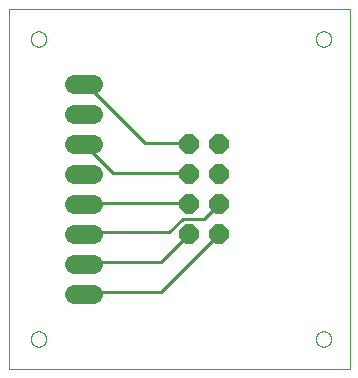
<source format=gtl>
G75*
%MOIN*%
%OFA0B0*%
%FSLAX25Y25*%
%IPPOS*%
%LPD*%
%AMOC8*
5,1,8,0,0,1.08239X$1,22.5*
%
%ADD10C,0.00000*%
%ADD11OC8,0.06400*%
%ADD12C,0.06400*%
%ADD13C,0.01000*%
D10*
X0001000Y0001000D02*
X0001000Y0120961D01*
X0114701Y0120961D01*
X0114701Y0001000D01*
X0001000Y0001000D01*
X0008441Y0011000D02*
X0008443Y0011101D01*
X0008449Y0011202D01*
X0008459Y0011303D01*
X0008473Y0011403D01*
X0008491Y0011502D01*
X0008513Y0011601D01*
X0008538Y0011699D01*
X0008568Y0011796D01*
X0008601Y0011891D01*
X0008638Y0011985D01*
X0008679Y0012078D01*
X0008723Y0012169D01*
X0008771Y0012258D01*
X0008823Y0012345D01*
X0008878Y0012430D01*
X0008936Y0012512D01*
X0008997Y0012593D01*
X0009062Y0012671D01*
X0009129Y0012746D01*
X0009199Y0012818D01*
X0009273Y0012888D01*
X0009349Y0012955D01*
X0009427Y0013019D01*
X0009508Y0013079D01*
X0009591Y0013136D01*
X0009677Y0013190D01*
X0009765Y0013241D01*
X0009854Y0013288D01*
X0009945Y0013332D01*
X0010038Y0013371D01*
X0010133Y0013408D01*
X0010228Y0013440D01*
X0010325Y0013469D01*
X0010424Y0013493D01*
X0010522Y0013514D01*
X0010622Y0013531D01*
X0010722Y0013544D01*
X0010823Y0013553D01*
X0010924Y0013558D01*
X0011025Y0013559D01*
X0011126Y0013556D01*
X0011227Y0013549D01*
X0011328Y0013538D01*
X0011428Y0013523D01*
X0011527Y0013504D01*
X0011626Y0013481D01*
X0011723Y0013455D01*
X0011820Y0013424D01*
X0011915Y0013390D01*
X0012008Y0013352D01*
X0012101Y0013310D01*
X0012191Y0013265D01*
X0012280Y0013216D01*
X0012366Y0013164D01*
X0012450Y0013108D01*
X0012533Y0013049D01*
X0012612Y0012987D01*
X0012690Y0012922D01*
X0012764Y0012854D01*
X0012836Y0012782D01*
X0012905Y0012709D01*
X0012971Y0012632D01*
X0013034Y0012553D01*
X0013094Y0012471D01*
X0013150Y0012387D01*
X0013203Y0012301D01*
X0013253Y0012213D01*
X0013299Y0012123D01*
X0013342Y0012032D01*
X0013381Y0011938D01*
X0013416Y0011843D01*
X0013447Y0011747D01*
X0013475Y0011650D01*
X0013499Y0011552D01*
X0013519Y0011453D01*
X0013535Y0011353D01*
X0013547Y0011252D01*
X0013555Y0011152D01*
X0013559Y0011051D01*
X0013559Y0010949D01*
X0013555Y0010848D01*
X0013547Y0010748D01*
X0013535Y0010647D01*
X0013519Y0010547D01*
X0013499Y0010448D01*
X0013475Y0010350D01*
X0013447Y0010253D01*
X0013416Y0010157D01*
X0013381Y0010062D01*
X0013342Y0009968D01*
X0013299Y0009877D01*
X0013253Y0009787D01*
X0013203Y0009699D01*
X0013150Y0009613D01*
X0013094Y0009529D01*
X0013034Y0009447D01*
X0012971Y0009368D01*
X0012905Y0009291D01*
X0012836Y0009218D01*
X0012764Y0009146D01*
X0012690Y0009078D01*
X0012612Y0009013D01*
X0012533Y0008951D01*
X0012450Y0008892D01*
X0012366Y0008836D01*
X0012279Y0008784D01*
X0012191Y0008735D01*
X0012101Y0008690D01*
X0012008Y0008648D01*
X0011915Y0008610D01*
X0011820Y0008576D01*
X0011723Y0008545D01*
X0011626Y0008519D01*
X0011527Y0008496D01*
X0011428Y0008477D01*
X0011328Y0008462D01*
X0011227Y0008451D01*
X0011126Y0008444D01*
X0011025Y0008441D01*
X0010924Y0008442D01*
X0010823Y0008447D01*
X0010722Y0008456D01*
X0010622Y0008469D01*
X0010522Y0008486D01*
X0010424Y0008507D01*
X0010325Y0008531D01*
X0010228Y0008560D01*
X0010133Y0008592D01*
X0010038Y0008629D01*
X0009945Y0008668D01*
X0009854Y0008712D01*
X0009765Y0008759D01*
X0009677Y0008810D01*
X0009591Y0008864D01*
X0009508Y0008921D01*
X0009427Y0008981D01*
X0009349Y0009045D01*
X0009273Y0009112D01*
X0009199Y0009182D01*
X0009129Y0009254D01*
X0009062Y0009329D01*
X0008997Y0009407D01*
X0008936Y0009488D01*
X0008878Y0009570D01*
X0008823Y0009655D01*
X0008771Y0009742D01*
X0008723Y0009831D01*
X0008679Y0009922D01*
X0008638Y0010015D01*
X0008601Y0010109D01*
X0008568Y0010204D01*
X0008538Y0010301D01*
X0008513Y0010399D01*
X0008491Y0010498D01*
X0008473Y0010597D01*
X0008459Y0010697D01*
X0008449Y0010798D01*
X0008443Y0010899D01*
X0008441Y0011000D01*
X0008441Y0111000D02*
X0008443Y0111101D01*
X0008449Y0111202D01*
X0008459Y0111303D01*
X0008473Y0111403D01*
X0008491Y0111502D01*
X0008513Y0111601D01*
X0008538Y0111699D01*
X0008568Y0111796D01*
X0008601Y0111891D01*
X0008638Y0111985D01*
X0008679Y0112078D01*
X0008723Y0112169D01*
X0008771Y0112258D01*
X0008823Y0112345D01*
X0008878Y0112430D01*
X0008936Y0112512D01*
X0008997Y0112593D01*
X0009062Y0112671D01*
X0009129Y0112746D01*
X0009199Y0112818D01*
X0009273Y0112888D01*
X0009349Y0112955D01*
X0009427Y0113019D01*
X0009508Y0113079D01*
X0009591Y0113136D01*
X0009677Y0113190D01*
X0009765Y0113241D01*
X0009854Y0113288D01*
X0009945Y0113332D01*
X0010038Y0113371D01*
X0010133Y0113408D01*
X0010228Y0113440D01*
X0010325Y0113469D01*
X0010424Y0113493D01*
X0010522Y0113514D01*
X0010622Y0113531D01*
X0010722Y0113544D01*
X0010823Y0113553D01*
X0010924Y0113558D01*
X0011025Y0113559D01*
X0011126Y0113556D01*
X0011227Y0113549D01*
X0011328Y0113538D01*
X0011428Y0113523D01*
X0011527Y0113504D01*
X0011626Y0113481D01*
X0011723Y0113455D01*
X0011820Y0113424D01*
X0011915Y0113390D01*
X0012008Y0113352D01*
X0012101Y0113310D01*
X0012191Y0113265D01*
X0012280Y0113216D01*
X0012366Y0113164D01*
X0012450Y0113108D01*
X0012533Y0113049D01*
X0012612Y0112987D01*
X0012690Y0112922D01*
X0012764Y0112854D01*
X0012836Y0112782D01*
X0012905Y0112709D01*
X0012971Y0112632D01*
X0013034Y0112553D01*
X0013094Y0112471D01*
X0013150Y0112387D01*
X0013203Y0112301D01*
X0013253Y0112213D01*
X0013299Y0112123D01*
X0013342Y0112032D01*
X0013381Y0111938D01*
X0013416Y0111843D01*
X0013447Y0111747D01*
X0013475Y0111650D01*
X0013499Y0111552D01*
X0013519Y0111453D01*
X0013535Y0111353D01*
X0013547Y0111252D01*
X0013555Y0111152D01*
X0013559Y0111051D01*
X0013559Y0110949D01*
X0013555Y0110848D01*
X0013547Y0110748D01*
X0013535Y0110647D01*
X0013519Y0110547D01*
X0013499Y0110448D01*
X0013475Y0110350D01*
X0013447Y0110253D01*
X0013416Y0110157D01*
X0013381Y0110062D01*
X0013342Y0109968D01*
X0013299Y0109877D01*
X0013253Y0109787D01*
X0013203Y0109699D01*
X0013150Y0109613D01*
X0013094Y0109529D01*
X0013034Y0109447D01*
X0012971Y0109368D01*
X0012905Y0109291D01*
X0012836Y0109218D01*
X0012764Y0109146D01*
X0012690Y0109078D01*
X0012612Y0109013D01*
X0012533Y0108951D01*
X0012450Y0108892D01*
X0012366Y0108836D01*
X0012279Y0108784D01*
X0012191Y0108735D01*
X0012101Y0108690D01*
X0012008Y0108648D01*
X0011915Y0108610D01*
X0011820Y0108576D01*
X0011723Y0108545D01*
X0011626Y0108519D01*
X0011527Y0108496D01*
X0011428Y0108477D01*
X0011328Y0108462D01*
X0011227Y0108451D01*
X0011126Y0108444D01*
X0011025Y0108441D01*
X0010924Y0108442D01*
X0010823Y0108447D01*
X0010722Y0108456D01*
X0010622Y0108469D01*
X0010522Y0108486D01*
X0010424Y0108507D01*
X0010325Y0108531D01*
X0010228Y0108560D01*
X0010133Y0108592D01*
X0010038Y0108629D01*
X0009945Y0108668D01*
X0009854Y0108712D01*
X0009765Y0108759D01*
X0009677Y0108810D01*
X0009591Y0108864D01*
X0009508Y0108921D01*
X0009427Y0108981D01*
X0009349Y0109045D01*
X0009273Y0109112D01*
X0009199Y0109182D01*
X0009129Y0109254D01*
X0009062Y0109329D01*
X0008997Y0109407D01*
X0008936Y0109488D01*
X0008878Y0109570D01*
X0008823Y0109655D01*
X0008771Y0109742D01*
X0008723Y0109831D01*
X0008679Y0109922D01*
X0008638Y0110015D01*
X0008601Y0110109D01*
X0008568Y0110204D01*
X0008538Y0110301D01*
X0008513Y0110399D01*
X0008491Y0110498D01*
X0008473Y0110597D01*
X0008459Y0110697D01*
X0008449Y0110798D01*
X0008443Y0110899D01*
X0008441Y0111000D01*
X0103441Y0111000D02*
X0103443Y0111101D01*
X0103449Y0111202D01*
X0103459Y0111303D01*
X0103473Y0111403D01*
X0103491Y0111502D01*
X0103513Y0111601D01*
X0103538Y0111699D01*
X0103568Y0111796D01*
X0103601Y0111891D01*
X0103638Y0111985D01*
X0103679Y0112078D01*
X0103723Y0112169D01*
X0103771Y0112258D01*
X0103823Y0112345D01*
X0103878Y0112430D01*
X0103936Y0112512D01*
X0103997Y0112593D01*
X0104062Y0112671D01*
X0104129Y0112746D01*
X0104199Y0112818D01*
X0104273Y0112888D01*
X0104349Y0112955D01*
X0104427Y0113019D01*
X0104508Y0113079D01*
X0104591Y0113136D01*
X0104677Y0113190D01*
X0104765Y0113241D01*
X0104854Y0113288D01*
X0104945Y0113332D01*
X0105038Y0113371D01*
X0105133Y0113408D01*
X0105228Y0113440D01*
X0105325Y0113469D01*
X0105424Y0113493D01*
X0105522Y0113514D01*
X0105622Y0113531D01*
X0105722Y0113544D01*
X0105823Y0113553D01*
X0105924Y0113558D01*
X0106025Y0113559D01*
X0106126Y0113556D01*
X0106227Y0113549D01*
X0106328Y0113538D01*
X0106428Y0113523D01*
X0106527Y0113504D01*
X0106626Y0113481D01*
X0106723Y0113455D01*
X0106820Y0113424D01*
X0106915Y0113390D01*
X0107008Y0113352D01*
X0107101Y0113310D01*
X0107191Y0113265D01*
X0107280Y0113216D01*
X0107366Y0113164D01*
X0107450Y0113108D01*
X0107533Y0113049D01*
X0107612Y0112987D01*
X0107690Y0112922D01*
X0107764Y0112854D01*
X0107836Y0112782D01*
X0107905Y0112709D01*
X0107971Y0112632D01*
X0108034Y0112553D01*
X0108094Y0112471D01*
X0108150Y0112387D01*
X0108203Y0112301D01*
X0108253Y0112213D01*
X0108299Y0112123D01*
X0108342Y0112032D01*
X0108381Y0111938D01*
X0108416Y0111843D01*
X0108447Y0111747D01*
X0108475Y0111650D01*
X0108499Y0111552D01*
X0108519Y0111453D01*
X0108535Y0111353D01*
X0108547Y0111252D01*
X0108555Y0111152D01*
X0108559Y0111051D01*
X0108559Y0110949D01*
X0108555Y0110848D01*
X0108547Y0110748D01*
X0108535Y0110647D01*
X0108519Y0110547D01*
X0108499Y0110448D01*
X0108475Y0110350D01*
X0108447Y0110253D01*
X0108416Y0110157D01*
X0108381Y0110062D01*
X0108342Y0109968D01*
X0108299Y0109877D01*
X0108253Y0109787D01*
X0108203Y0109699D01*
X0108150Y0109613D01*
X0108094Y0109529D01*
X0108034Y0109447D01*
X0107971Y0109368D01*
X0107905Y0109291D01*
X0107836Y0109218D01*
X0107764Y0109146D01*
X0107690Y0109078D01*
X0107612Y0109013D01*
X0107533Y0108951D01*
X0107450Y0108892D01*
X0107366Y0108836D01*
X0107279Y0108784D01*
X0107191Y0108735D01*
X0107101Y0108690D01*
X0107008Y0108648D01*
X0106915Y0108610D01*
X0106820Y0108576D01*
X0106723Y0108545D01*
X0106626Y0108519D01*
X0106527Y0108496D01*
X0106428Y0108477D01*
X0106328Y0108462D01*
X0106227Y0108451D01*
X0106126Y0108444D01*
X0106025Y0108441D01*
X0105924Y0108442D01*
X0105823Y0108447D01*
X0105722Y0108456D01*
X0105622Y0108469D01*
X0105522Y0108486D01*
X0105424Y0108507D01*
X0105325Y0108531D01*
X0105228Y0108560D01*
X0105133Y0108592D01*
X0105038Y0108629D01*
X0104945Y0108668D01*
X0104854Y0108712D01*
X0104765Y0108759D01*
X0104677Y0108810D01*
X0104591Y0108864D01*
X0104508Y0108921D01*
X0104427Y0108981D01*
X0104349Y0109045D01*
X0104273Y0109112D01*
X0104199Y0109182D01*
X0104129Y0109254D01*
X0104062Y0109329D01*
X0103997Y0109407D01*
X0103936Y0109488D01*
X0103878Y0109570D01*
X0103823Y0109655D01*
X0103771Y0109742D01*
X0103723Y0109831D01*
X0103679Y0109922D01*
X0103638Y0110015D01*
X0103601Y0110109D01*
X0103568Y0110204D01*
X0103538Y0110301D01*
X0103513Y0110399D01*
X0103491Y0110498D01*
X0103473Y0110597D01*
X0103459Y0110697D01*
X0103449Y0110798D01*
X0103443Y0110899D01*
X0103441Y0111000D01*
X0103441Y0011000D02*
X0103443Y0011101D01*
X0103449Y0011202D01*
X0103459Y0011303D01*
X0103473Y0011403D01*
X0103491Y0011502D01*
X0103513Y0011601D01*
X0103538Y0011699D01*
X0103568Y0011796D01*
X0103601Y0011891D01*
X0103638Y0011985D01*
X0103679Y0012078D01*
X0103723Y0012169D01*
X0103771Y0012258D01*
X0103823Y0012345D01*
X0103878Y0012430D01*
X0103936Y0012512D01*
X0103997Y0012593D01*
X0104062Y0012671D01*
X0104129Y0012746D01*
X0104199Y0012818D01*
X0104273Y0012888D01*
X0104349Y0012955D01*
X0104427Y0013019D01*
X0104508Y0013079D01*
X0104591Y0013136D01*
X0104677Y0013190D01*
X0104765Y0013241D01*
X0104854Y0013288D01*
X0104945Y0013332D01*
X0105038Y0013371D01*
X0105133Y0013408D01*
X0105228Y0013440D01*
X0105325Y0013469D01*
X0105424Y0013493D01*
X0105522Y0013514D01*
X0105622Y0013531D01*
X0105722Y0013544D01*
X0105823Y0013553D01*
X0105924Y0013558D01*
X0106025Y0013559D01*
X0106126Y0013556D01*
X0106227Y0013549D01*
X0106328Y0013538D01*
X0106428Y0013523D01*
X0106527Y0013504D01*
X0106626Y0013481D01*
X0106723Y0013455D01*
X0106820Y0013424D01*
X0106915Y0013390D01*
X0107008Y0013352D01*
X0107101Y0013310D01*
X0107191Y0013265D01*
X0107280Y0013216D01*
X0107366Y0013164D01*
X0107450Y0013108D01*
X0107533Y0013049D01*
X0107612Y0012987D01*
X0107690Y0012922D01*
X0107764Y0012854D01*
X0107836Y0012782D01*
X0107905Y0012709D01*
X0107971Y0012632D01*
X0108034Y0012553D01*
X0108094Y0012471D01*
X0108150Y0012387D01*
X0108203Y0012301D01*
X0108253Y0012213D01*
X0108299Y0012123D01*
X0108342Y0012032D01*
X0108381Y0011938D01*
X0108416Y0011843D01*
X0108447Y0011747D01*
X0108475Y0011650D01*
X0108499Y0011552D01*
X0108519Y0011453D01*
X0108535Y0011353D01*
X0108547Y0011252D01*
X0108555Y0011152D01*
X0108559Y0011051D01*
X0108559Y0010949D01*
X0108555Y0010848D01*
X0108547Y0010748D01*
X0108535Y0010647D01*
X0108519Y0010547D01*
X0108499Y0010448D01*
X0108475Y0010350D01*
X0108447Y0010253D01*
X0108416Y0010157D01*
X0108381Y0010062D01*
X0108342Y0009968D01*
X0108299Y0009877D01*
X0108253Y0009787D01*
X0108203Y0009699D01*
X0108150Y0009613D01*
X0108094Y0009529D01*
X0108034Y0009447D01*
X0107971Y0009368D01*
X0107905Y0009291D01*
X0107836Y0009218D01*
X0107764Y0009146D01*
X0107690Y0009078D01*
X0107612Y0009013D01*
X0107533Y0008951D01*
X0107450Y0008892D01*
X0107366Y0008836D01*
X0107279Y0008784D01*
X0107191Y0008735D01*
X0107101Y0008690D01*
X0107008Y0008648D01*
X0106915Y0008610D01*
X0106820Y0008576D01*
X0106723Y0008545D01*
X0106626Y0008519D01*
X0106527Y0008496D01*
X0106428Y0008477D01*
X0106328Y0008462D01*
X0106227Y0008451D01*
X0106126Y0008444D01*
X0106025Y0008441D01*
X0105924Y0008442D01*
X0105823Y0008447D01*
X0105722Y0008456D01*
X0105622Y0008469D01*
X0105522Y0008486D01*
X0105424Y0008507D01*
X0105325Y0008531D01*
X0105228Y0008560D01*
X0105133Y0008592D01*
X0105038Y0008629D01*
X0104945Y0008668D01*
X0104854Y0008712D01*
X0104765Y0008759D01*
X0104677Y0008810D01*
X0104591Y0008864D01*
X0104508Y0008921D01*
X0104427Y0008981D01*
X0104349Y0009045D01*
X0104273Y0009112D01*
X0104199Y0009182D01*
X0104129Y0009254D01*
X0104062Y0009329D01*
X0103997Y0009407D01*
X0103936Y0009488D01*
X0103878Y0009570D01*
X0103823Y0009655D01*
X0103771Y0009742D01*
X0103723Y0009831D01*
X0103679Y0009922D01*
X0103638Y0010015D01*
X0103601Y0010109D01*
X0103568Y0010204D01*
X0103538Y0010301D01*
X0103513Y0010399D01*
X0103491Y0010498D01*
X0103473Y0010597D01*
X0103459Y0010697D01*
X0103449Y0010798D01*
X0103443Y0010899D01*
X0103441Y0011000D01*
D11*
X0071000Y0046000D03*
X0071000Y0056000D03*
X0071000Y0066000D03*
X0071000Y0076000D03*
X0061000Y0076000D03*
X0061000Y0066000D03*
X0061000Y0056000D03*
X0061000Y0046000D03*
D12*
X0029200Y0046000D02*
X0022800Y0046000D01*
X0022800Y0036000D02*
X0029200Y0036000D01*
X0029200Y0026000D02*
X0022800Y0026000D01*
X0022800Y0056000D02*
X0029200Y0056000D01*
X0029200Y0066000D02*
X0022800Y0066000D01*
X0022800Y0076000D02*
X0029200Y0076000D01*
X0029200Y0086000D02*
X0022800Y0086000D01*
X0022800Y0096000D02*
X0029200Y0096000D01*
D13*
X0026700Y0096000D02*
X0026000Y0096000D01*
X0026700Y0096000D02*
X0046500Y0076200D01*
X0060900Y0076200D01*
X0061000Y0076000D01*
X0060900Y0066300D02*
X0061000Y0066000D01*
X0060900Y0066300D02*
X0035700Y0066300D01*
X0026000Y0076000D01*
X0026700Y0056400D02*
X0026000Y0056000D01*
X0026700Y0056400D02*
X0060900Y0056400D01*
X0061000Y0056000D01*
X0059100Y0051000D02*
X0066300Y0051000D01*
X0070800Y0055500D01*
X0071000Y0056000D01*
X0071000Y0046000D02*
X0070800Y0045600D01*
X0051900Y0026700D01*
X0026700Y0026700D01*
X0026000Y0026000D01*
X0026000Y0036000D02*
X0026700Y0036600D01*
X0051900Y0036600D01*
X0060900Y0045600D01*
X0061000Y0046000D01*
X0059100Y0051000D02*
X0054600Y0046500D01*
X0026700Y0046500D01*
X0026000Y0046000D01*
M02*

</source>
